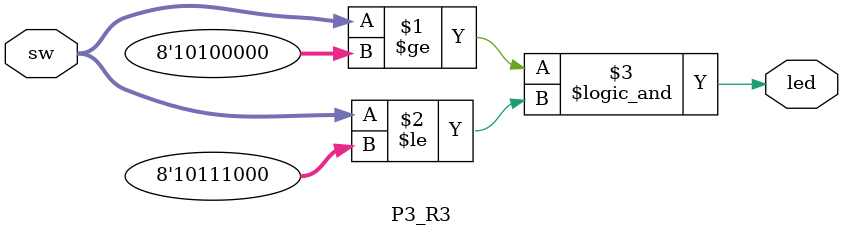
<source format=v>
`timescale 1ns / 1ps


module P3_R3(
    input [7:0] sw,
    output led
    );
    
    assign led = (sw >= 8'b10100000) && (sw <= 8'b10111000);
endmodule

</source>
